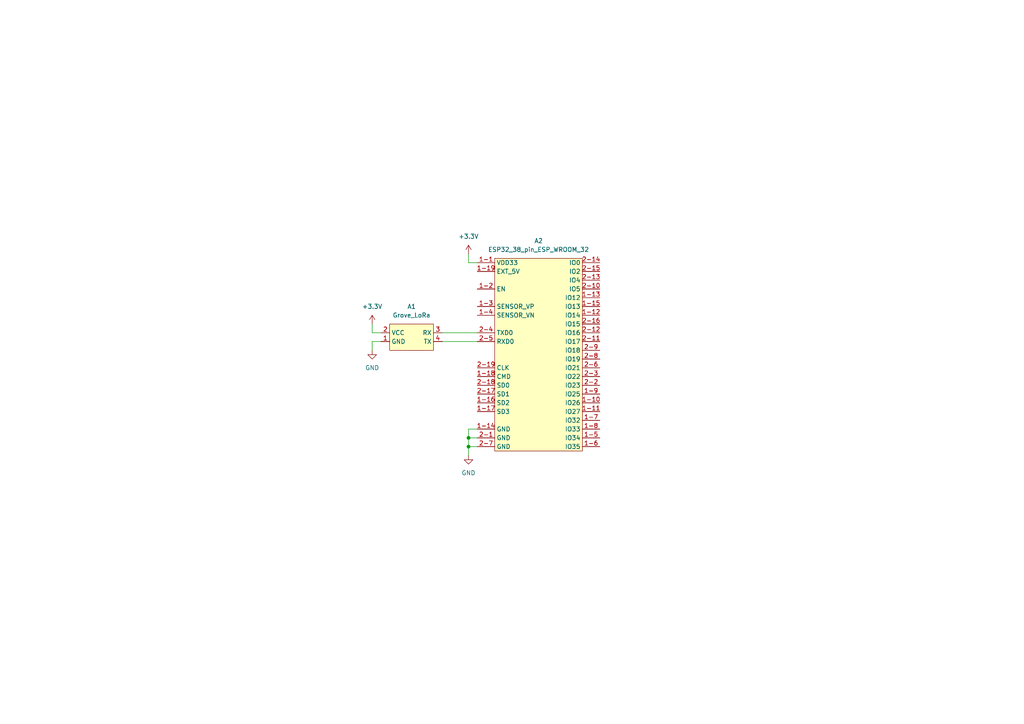
<source format=kicad_sch>
(kicad_sch (version 20211123) (generator eeschema)

  (uuid 6595fc57-f8bb-4d84-975d-6d4eafdc2b21)

  (paper "A4")

  (lib_symbols
    (symbol "power:+3.3V" (power) (pin_names (offset 0)) (in_bom yes) (on_board yes)
      (property "Reference" "#PWR" (id 0) (at 0 -3.81 0)
        (effects (font (size 1.27 1.27)) hide)
      )
      (property "Value" "+3.3V" (id 1) (at 0 3.556 0)
        (effects (font (size 1.27 1.27)))
      )
      (property "Footprint" "" (id 2) (at 0 0 0)
        (effects (font (size 1.27 1.27)) hide)
      )
      (property "Datasheet" "" (id 3) (at 0 0 0)
        (effects (font (size 1.27 1.27)) hide)
      )
      (property "ki_keywords" "power-flag" (id 4) (at 0 0 0)
        (effects (font (size 1.27 1.27)) hide)
      )
      (property "ki_description" "Power symbol creates a global label with name \"+3.3V\"" (id 5) (at 0 0 0)
        (effects (font (size 1.27 1.27)) hide)
      )
      (symbol "+3.3V_0_1"
        (polyline
          (pts
            (xy -0.762 1.27)
            (xy 0 2.54)
          )
          (stroke (width 0) (type default) (color 0 0 0 0))
          (fill (type none))
        )
        (polyline
          (pts
            (xy 0 0)
            (xy 0 2.54)
          )
          (stroke (width 0) (type default) (color 0 0 0 0))
          (fill (type none))
        )
        (polyline
          (pts
            (xy 0 2.54)
            (xy 0.762 1.27)
          )
          (stroke (width 0) (type default) (color 0 0 0 0))
          (fill (type none))
        )
      )
      (symbol "+3.3V_1_1"
        (pin power_in line (at 0 0 90) (length 0) hide
          (name "+3.3V" (effects (font (size 1.27 1.27))))
          (number "1" (effects (font (size 1.27 1.27))))
        )
      )
    )
    (symbol "power:GND" (power) (pin_names (offset 0)) (in_bom yes) (on_board yes)
      (property "Reference" "#PWR" (id 0) (at 0 -6.35 0)
        (effects (font (size 1.27 1.27)) hide)
      )
      (property "Value" "GND" (id 1) (at 0 -3.81 0)
        (effects (font (size 1.27 1.27)))
      )
      (property "Footprint" "" (id 2) (at 0 0 0)
        (effects (font (size 1.27 1.27)) hide)
      )
      (property "Datasheet" "" (id 3) (at 0 0 0)
        (effects (font (size 1.27 1.27)) hide)
      )
      (property "ki_keywords" "power-flag" (id 4) (at 0 0 0)
        (effects (font (size 1.27 1.27)) hide)
      )
      (property "ki_description" "Power symbol creates a global label with name \"GND\" , ground" (id 5) (at 0 0 0)
        (effects (font (size 1.27 1.27)) hide)
      )
      (symbol "GND_0_1"
        (polyline
          (pts
            (xy 0 0)
            (xy 0 -1.27)
            (xy 1.27 -1.27)
            (xy 0 -2.54)
            (xy -1.27 -1.27)
            (xy 0 -1.27)
          )
          (stroke (width 0) (type default) (color 0 0 0 0))
          (fill (type none))
        )
      )
      (symbol "GND_1_1"
        (pin power_in line (at 0 0 270) (length 0) hide
          (name "GND" (effects (font (size 1.27 1.27))))
          (number "1" (effects (font (size 1.27 1.27))))
        )
      )
    )
    (symbol "water_temp_sensor:ESP32_38_pin_ESP_WROOM_32" (in_bom yes) (on_board yes)
      (property "Reference" "A" (id 0) (at -11.43 -29.21 0)
        (effects (font (size 1.27 1.27)))
      )
      (property "Value" "ESP32_38_pin_ESP_WROOM_32" (id 1) (at 2.54 29.21 0)
        (effects (font (size 1.27 1.27)))
      )
      (property "Footprint" "" (id 2) (at 0 20.32 0)
        (effects (font (size 1.27 1.27)) hide)
      )
      (property "Datasheet" "" (id 3) (at 0 20.32 0)
        (effects (font (size 1.27 1.27)) hide)
      )
      (symbol "ESP32_38_pin_ESP_WROOM_32_0_1"
        (rectangle (start -12.7 27.94) (end 12.7 -27.94)
          (stroke (width 0) (type default) (color 0 0 0 0))
          (fill (type background))
        )
      )
      (symbol "ESP32_38_pin_ESP_WROOM_32_1_1"
        (pin power_in line (at -17.78 26.67 0) (length 5.08)
          (name "VDD33" (effects (font (size 1.27 1.27))))
          (number "1-1" (effects (font (size 1.27 1.27))))
        )
        (pin bidirectional line (at 17.78 -13.97 180) (length 5.08)
          (name "IO26" (effects (font (size 1.27 1.27))))
          (number "1-10" (effects (font (size 1.27 1.27))))
        )
        (pin bidirectional line (at 17.78 -16.51 180) (length 5.08)
          (name "IO27" (effects (font (size 1.27 1.27))))
          (number "1-11" (effects (font (size 1.27 1.27))))
        )
        (pin bidirectional line (at 17.78 11.43 180) (length 5.08)
          (name "IO14" (effects (font (size 1.27 1.27))))
          (number "1-12" (effects (font (size 1.27 1.27))))
        )
        (pin bidirectional line (at 17.78 16.51 180) (length 5.08)
          (name "IO12" (effects (font (size 1.27 1.27))))
          (number "1-13" (effects (font (size 1.27 1.27))))
        )
        (pin power_in line (at -17.78 -21.59 0) (length 5.08)
          (name "GND" (effects (font (size 1.27 1.27))))
          (number "1-14" (effects (font (size 1.27 1.27))))
        )
        (pin bidirectional line (at 17.78 13.97 180) (length 5.08)
          (name "IO13" (effects (font (size 1.27 1.27))))
          (number "1-15" (effects (font (size 1.27 1.27))))
        )
        (pin bidirectional line (at -17.78 -13.97 0) (length 5.08)
          (name "SD2" (effects (font (size 1.27 1.27))))
          (number "1-16" (effects (font (size 1.27 1.27))))
        )
        (pin bidirectional line (at -17.78 -16.51 0) (length 5.08)
          (name "SD3" (effects (font (size 1.27 1.27))))
          (number "1-17" (effects (font (size 1.27 1.27))))
        )
        (pin bidirectional line (at -17.78 -6.35 0) (length 5.08)
          (name "CMD" (effects (font (size 1.27 1.27))))
          (number "1-18" (effects (font (size 1.27 1.27))))
        )
        (pin power_in line (at -17.78 24.13 0) (length 5.08)
          (name "EXT_5V" (effects (font (size 1.27 1.27))))
          (number "1-19" (effects (font (size 1.27 1.27))))
        )
        (pin bidirectional line (at -17.78 19.05 0) (length 5.08)
          (name "EN" (effects (font (size 1.27 1.27))))
          (number "1-2" (effects (font (size 1.27 1.27))))
        )
        (pin bidirectional line (at -17.78 13.97 0) (length 5.08)
          (name "SENSOR_VP" (effects (font (size 1.27 1.27))))
          (number "1-3" (effects (font (size 1.27 1.27))))
        )
        (pin bidirectional line (at -17.78 11.43 0) (length 5.08)
          (name "SENSOR_VN" (effects (font (size 1.27 1.27))))
          (number "1-4" (effects (font (size 1.27 1.27))))
        )
        (pin bidirectional line (at 17.78 -24.13 180) (length 5.08)
          (name "IO34" (effects (font (size 1.27 1.27))))
          (number "1-5" (effects (font (size 1.27 1.27))))
        )
        (pin bidirectional line (at 17.78 -26.67 180) (length 5.08)
          (name "IO35" (effects (font (size 1.27 1.27))))
          (number "1-6" (effects (font (size 1.27 1.27))))
        )
        (pin bidirectional line (at 17.78 -19.05 180) (length 5.08)
          (name "IO32" (effects (font (size 1.27 1.27))))
          (number "1-7" (effects (font (size 1.27 1.27))))
        )
        (pin bidirectional line (at 17.78 -21.59 180) (length 5.08)
          (name "IO33" (effects (font (size 1.27 1.27))))
          (number "1-8" (effects (font (size 1.27 1.27))))
        )
        (pin bidirectional line (at 17.78 -11.43 180) (length 5.08)
          (name "IO25" (effects (font (size 1.27 1.27))))
          (number "1-9" (effects (font (size 1.27 1.27))))
        )
        (pin power_in line (at -17.78 -24.13 0) (length 5.08)
          (name "GND" (effects (font (size 1.27 1.27))))
          (number "2-1" (effects (font (size 1.27 1.27))))
        )
        (pin bidirectional line (at 17.78 19.05 180) (length 5.08)
          (name "IO5" (effects (font (size 1.27 1.27))))
          (number "2-10" (effects (font (size 1.27 1.27))))
        )
        (pin bidirectional line (at 17.78 3.81 180) (length 5.08)
          (name "IO17" (effects (font (size 1.27 1.27))))
          (number "2-11" (effects (font (size 1.27 1.27))))
        )
        (pin bidirectional line (at 17.78 6.35 180) (length 5.08)
          (name "IO16" (effects (font (size 1.27 1.27))))
          (number "2-12" (effects (font (size 1.27 1.27))))
        )
        (pin bidirectional line (at 17.78 21.59 180) (length 5.08)
          (name "IO4" (effects (font (size 1.27 1.27))))
          (number "2-13" (effects (font (size 1.27 1.27))))
        )
        (pin bidirectional line (at 17.78 26.67 180) (length 5.08)
          (name "IO0" (effects (font (size 1.27 1.27))))
          (number "2-14" (effects (font (size 1.27 1.27))))
        )
        (pin bidirectional line (at 17.78 24.13 180) (length 5.08)
          (name "IO2" (effects (font (size 1.27 1.27))))
          (number "2-15" (effects (font (size 1.27 1.27))))
        )
        (pin bidirectional line (at 17.78 8.89 180) (length 5.08)
          (name "IO15" (effects (font (size 1.27 1.27))))
          (number "2-16" (effects (font (size 1.27 1.27))))
        )
        (pin bidirectional line (at -17.78 -11.43 0) (length 5.08)
          (name "SD1" (effects (font (size 1.27 1.27))))
          (number "2-17" (effects (font (size 1.27 1.27))))
        )
        (pin bidirectional line (at -17.78 -8.89 0) (length 5.08)
          (name "SD0" (effects (font (size 1.27 1.27))))
          (number "2-18" (effects (font (size 1.27 1.27))))
        )
        (pin bidirectional line (at -17.78 -3.81 0) (length 5.08)
          (name "CLK" (effects (font (size 1.27 1.27))))
          (number "2-19" (effects (font (size 1.27 1.27))))
        )
        (pin bidirectional line (at 17.78 -8.89 180) (length 5.08)
          (name "IO23" (effects (font (size 1.27 1.27))))
          (number "2-2" (effects (font (size 1.27 1.27))))
        )
        (pin bidirectional line (at 17.78 -6.35 180) (length 5.08)
          (name "IO22" (effects (font (size 1.27 1.27))))
          (number "2-3" (effects (font (size 1.27 1.27))))
        )
        (pin bidirectional line (at -17.78 6.35 0) (length 5.08)
          (name "TXD0" (effects (font (size 1.27 1.27))))
          (number "2-4" (effects (font (size 1.27 1.27))))
        )
        (pin bidirectional line (at -17.78 3.81 0) (length 5.08)
          (name "RXD0" (effects (font (size 1.27 1.27))))
          (number "2-5" (effects (font (size 1.27 1.27))))
        )
        (pin bidirectional line (at 17.78 -3.81 180) (length 5.08)
          (name "IO21" (effects (font (size 1.27 1.27))))
          (number "2-6" (effects (font (size 1.27 1.27))))
        )
        (pin power_in line (at -17.78 -26.67 0) (length 5.08)
          (name "GND" (effects (font (size 1.27 1.27))))
          (number "2-7" (effects (font (size 1.27 1.27))))
        )
        (pin bidirectional line (at 17.78 -1.27 180) (length 5.08)
          (name "IO19" (effects (font (size 1.27 1.27))))
          (number "2-8" (effects (font (size 1.27 1.27))))
        )
        (pin bidirectional line (at 17.78 1.27 180) (length 5.08)
          (name "IO18" (effects (font (size 1.27 1.27))))
          (number "2-9" (effects (font (size 1.27 1.27))))
        )
      )
    )
    (symbol "water_temp_sensor:Grove_LoRa" (in_bom yes) (on_board yes)
      (property "Reference" "A" (id 0) (at -5.08 -5.08 0)
        (effects (font (size 1.27 1.27)))
      )
      (property "Value" "Grove_LoRa" (id 1) (at -1.27 5.08 0)
        (effects (font (size 1.27 1.27)))
      )
      (property "Footprint" "" (id 2) (at 1.27 0 0)
        (effects (font (size 1.27 1.27)) hide)
      )
      (property "Datasheet" "" (id 3) (at 1.27 0 0)
        (effects (font (size 1.27 1.27)) hide)
      )
      (symbol "Grove_LoRa_0_1"
        (rectangle (start -6.35 3.81) (end 6.35 -3.81)
          (stroke (width 0) (type default) (color 0 0 0 0))
          (fill (type background))
        )
      )
      (symbol "Grove_LoRa_1_1"
        (pin power_in line (at -8.89 -1.27 0) (length 2.54)
          (name "GND" (effects (font (size 1.27 1.27))))
          (number "1" (effects (font (size 1.27 1.27))))
        )
        (pin power_in line (at -8.89 1.27 0) (length 2.54)
          (name "VCC" (effects (font (size 1.27 1.27))))
          (number "2" (effects (font (size 1.27 1.27))))
        )
        (pin bidirectional line (at 8.89 1.27 180) (length 2.54)
          (name "RX" (effects (font (size 1.27 1.27))))
          (number "3" (effects (font (size 1.27 1.27))))
        )
        (pin bidirectional line (at 8.89 -1.27 180) (length 2.54)
          (name "TX" (effects (font (size 1.27 1.27))))
          (number "4" (effects (font (size 1.27 1.27))))
        )
      )
    )
  )

  (junction (at 135.89 127) (diameter 0) (color 0 0 0 0)
    (uuid b25cac0b-5179-44bd-8a6d-dc846a198bca)
  )
  (junction (at 135.89 129.54) (diameter 0) (color 0 0 0 0)
    (uuid fee8589e-37b7-4d79-b3c2-99288b95b241)
  )

  (wire (pts (xy 107.95 101.6) (xy 107.95 99.06))
    (stroke (width 0) (type default) (color 0 0 0 0))
    (uuid 130616d0-a884-4963-b575-6ee4bf509022)
  )
  (wire (pts (xy 135.89 129.54) (xy 138.43 129.54))
    (stroke (width 0) (type default) (color 0 0 0 0))
    (uuid 14b61e09-c42c-4eb8-8ca2-624b7acaae2d)
  )
  (wire (pts (xy 128.27 99.06) (xy 138.43 99.06))
    (stroke (width 0) (type default) (color 0 0 0 0))
    (uuid 20551d14-79c4-45ef-84ad-7959d9642c78)
  )
  (wire (pts (xy 107.95 96.52) (xy 110.49 96.52))
    (stroke (width 0) (type default) (color 0 0 0 0))
    (uuid 382f40fb-da52-4736-9571-451ba652f67f)
  )
  (wire (pts (xy 135.89 73.66) (xy 135.89 76.2))
    (stroke (width 0) (type default) (color 0 0 0 0))
    (uuid 3bd648e4-6c30-47b3-b4da-bae0218627a4)
  )
  (wire (pts (xy 107.95 93.98) (xy 107.95 96.52))
    (stroke (width 0) (type default) (color 0 0 0 0))
    (uuid 44f3dbe0-e20b-49dd-95a9-5382e05f4c70)
  )
  (wire (pts (xy 135.89 124.46) (xy 138.43 124.46))
    (stroke (width 0) (type default) (color 0 0 0 0))
    (uuid 5b5e82ba-1483-46b6-be68-5dfbcb880d68)
  )
  (wire (pts (xy 128.27 96.52) (xy 138.43 96.52))
    (stroke (width 0) (type default) (color 0 0 0 0))
    (uuid 67f74eac-0b9d-44f4-9711-835150a6256d)
  )
  (wire (pts (xy 135.89 76.2) (xy 138.43 76.2))
    (stroke (width 0) (type default) (color 0 0 0 0))
    (uuid 819be748-153b-48d0-932c-50ee77e9c4e6)
  )
  (wire (pts (xy 135.89 129.54) (xy 135.89 127))
    (stroke (width 0) (type default) (color 0 0 0 0))
    (uuid 8d1abafd-720a-4f76-8a52-55c299e9508e)
  )
  (wire (pts (xy 135.89 132.08) (xy 135.89 129.54))
    (stroke (width 0) (type default) (color 0 0 0 0))
    (uuid 9e6d87ea-59b2-4016-88a4-e03e95022d2b)
  )
  (wire (pts (xy 107.95 99.06) (xy 110.49 99.06))
    (stroke (width 0) (type default) (color 0 0 0 0))
    (uuid aa0cd942-06ec-4134-a02b-02b2afb4db67)
  )
  (wire (pts (xy 135.89 127) (xy 135.89 124.46))
    (stroke (width 0) (type default) (color 0 0 0 0))
    (uuid d01ed804-e317-481c-b7b1-7fc74f2eaf21)
  )
  (wire (pts (xy 135.89 127) (xy 138.43 127))
    (stroke (width 0) (type default) (color 0 0 0 0))
    (uuid d23bd37c-cd9f-4347-93c2-a2fa2e75ab87)
  )

  (symbol (lib_id "power:+3.3V") (at 135.89 73.66 0) (unit 1)
    (in_bom yes) (on_board yes) (fields_autoplaced)
    (uuid 05ffd2bd-38d9-4ee4-b910-6face39904a1)
    (property "Reference" "#PWR03" (id 0) (at 135.89 77.47 0)
      (effects (font (size 1.27 1.27)) hide)
    )
    (property "Value" "+3.3V" (id 1) (at 135.89 68.58 0))
    (property "Footprint" "" (id 2) (at 135.89 73.66 0)
      (effects (font (size 1.27 1.27)) hide)
    )
    (property "Datasheet" "" (id 3) (at 135.89 73.66 0)
      (effects (font (size 1.27 1.27)) hide)
    )
    (pin "1" (uuid 46e83dbf-a17d-4f6f-864d-bd3d3ac159a8))
  )

  (symbol (lib_id "water_temp_sensor:ESP32_38_pin_ESP_WROOM_32") (at 156.21 102.87 0) (unit 1)
    (in_bom yes) (on_board yes) (fields_autoplaced)
    (uuid 1d3c60b9-7897-454e-8bfe-ad980ce323fc)
    (property "Reference" "A2" (id 0) (at 156.21 69.85 0))
    (property "Value" "ESP32_38_pin_ESP_WROOM_32" (id 1) (at 156.21 72.39 0))
    (property "Footprint" "" (id 2) (at 156.21 82.55 0)
      (effects (font (size 1.27 1.27)) hide)
    )
    (property "Datasheet" "" (id 3) (at 156.21 82.55 0)
      (effects (font (size 1.27 1.27)) hide)
    )
    (pin "1-1" (uuid 25e368c1-1cba-4bb1-a175-7b0e4d107f7b))
    (pin "1-10" (uuid ddcb1077-bd90-4d1f-8668-dbfab9932cfb))
    (pin "1-11" (uuid c0b2c254-3bbe-4cab-b8fc-ae3124bddcb5))
    (pin "1-12" (uuid 6413da12-2e85-4c9a-a7cc-456250ddefe1))
    (pin "1-13" (uuid f4e6d158-0b03-4d62-9bd5-4823b37bec36))
    (pin "1-14" (uuid c027731a-01a7-49d8-b27e-145373f8d482))
    (pin "1-15" (uuid 2bc3810e-c735-4d88-b092-a610dfad7b45))
    (pin "1-16" (uuid ab17b105-b802-4d28-8de2-6f5511f95a82))
    (pin "1-17" (uuid d16f8eb5-c6d5-4347-8211-7b759f430073))
    (pin "1-18" (uuid e92a9c15-413d-468b-901c-40945eccde89))
    (pin "1-19" (uuid 8fbcded8-b704-4fbf-b597-9377e374f955))
    (pin "1-2" (uuid 05419dee-614f-49e3-b350-9abdc14fabd0))
    (pin "1-3" (uuid 269220a8-34cd-4446-8892-9632201fc406))
    (pin "1-4" (uuid 38200a01-24a0-4c72-aa68-cfb6bcfc7e20))
    (pin "1-5" (uuid 533e4240-11d3-4c20-8097-cdb45a3ab5d6))
    (pin "1-6" (uuid 28a44377-76dd-4d05-8c37-4eb666fd9442))
    (pin "1-7" (uuid b0b1bd33-b348-4e0c-912e-3cf54ace09b5))
    (pin "1-8" (uuid dfd7b195-946e-4025-9db4-3b0435d4d62e))
    (pin "1-9" (uuid 55039594-e69e-4430-9897-acad04c6498c))
    (pin "2-1" (uuid 36e25055-fbd0-4460-9232-41f1831e08e1))
    (pin "2-10" (uuid 4f95f99a-d6f3-434e-b8c7-527c75ef0e8c))
    (pin "2-11" (uuid 8b3394c5-761a-4331-9f36-ab1dd09a40a3))
    (pin "2-12" (uuid 87877bbe-b79e-491b-966e-4f20424d7ccc))
    (pin "2-13" (uuid 5e4825b2-05e0-4b85-9fb5-42fc03fd847e))
    (pin "2-14" (uuid fb0007a4-1ca7-44db-8b5b-2a3b7f15929b))
    (pin "2-15" (uuid 6e353271-d064-4a19-8a0d-e5c609513000))
    (pin "2-16" (uuid f8e17ec2-e918-4de1-851c-cdef7d3b6550))
    (pin "2-17" (uuid 91dd9e7c-5d9d-4cc1-ac2a-077f0419a28a))
    (pin "2-18" (uuid 39045171-e277-47bc-b531-d7a9f0cfbe06))
    (pin "2-19" (uuid ebc0a965-1193-4ed0-b41e-a116de8380bd))
    (pin "2-2" (uuid e2ecb438-d5c1-47c6-99bd-9546c830d5cf))
    (pin "2-3" (uuid d4fcfb3c-572c-4b3b-a10b-d9fe796e544c))
    (pin "2-4" (uuid dfcf36d8-37d8-49ea-af78-7be1b0277637))
    (pin "2-5" (uuid 03abe68f-5f50-4b56-8265-d4c31918ba2f))
    (pin "2-6" (uuid 57db8428-3b4b-4b18-8f2a-6ff4d3ceebd8))
    (pin "2-7" (uuid cf563e73-eef5-42db-be96-03334b407421))
    (pin "2-8" (uuid 085a7f7b-62cb-415a-8dd0-bb3bfcc67207))
    (pin "2-9" (uuid 2ab97377-e91e-44c1-91e2-1d751052069c))
  )

  (symbol (lib_id "power:GND") (at 107.95 101.6 0) (unit 1)
    (in_bom yes) (on_board yes) (fields_autoplaced)
    (uuid 672fe6f0-34ae-4f08-9372-5f18bb557601)
    (property "Reference" "#PWR02" (id 0) (at 107.95 107.95 0)
      (effects (font (size 1.27 1.27)) hide)
    )
    (property "Value" "GND" (id 1) (at 107.95 106.68 0))
    (property "Footprint" "" (id 2) (at 107.95 101.6 0)
      (effects (font (size 1.27 1.27)) hide)
    )
    (property "Datasheet" "" (id 3) (at 107.95 101.6 0)
      (effects (font (size 1.27 1.27)) hide)
    )
    (pin "1" (uuid f4444162-9887-4f79-adcf-4ee6cc426930))
  )

  (symbol (lib_id "water_temp_sensor:Grove_LoRa") (at 119.38 97.79 0) (unit 1)
    (in_bom yes) (on_board yes) (fields_autoplaced)
    (uuid 9d5902d4-d9e4-4d8c-b5d4-8872111f0a5a)
    (property "Reference" "A1" (id 0) (at 119.38 88.9 0))
    (property "Value" "Grove_LoRa" (id 1) (at 119.38 91.44 0))
    (property "Footprint" "" (id 2) (at 120.65 97.79 0)
      (effects (font (size 1.27 1.27)) hide)
    )
    (property "Datasheet" "" (id 3) (at 120.65 97.79 0)
      (effects (font (size 1.27 1.27)) hide)
    )
    (pin "1" (uuid 9e5e5116-9f12-4fe5-8215-ec924223f484))
    (pin "2" (uuid d8a22602-0e60-4830-a2a6-01454a63b5c9))
    (pin "3" (uuid 887f83d0-30b7-46b5-b426-66d5dc7428a0))
    (pin "4" (uuid 37d777af-bce4-4648-8ecd-1f117dd1c0dd))
  )

  (symbol (lib_id "power:+3.3V") (at 107.95 93.98 0) (unit 1)
    (in_bom yes) (on_board yes) (fields_autoplaced)
    (uuid a43f69d8-3a3f-42ce-a131-9309d73bb159)
    (property "Reference" "#PWR01" (id 0) (at 107.95 97.79 0)
      (effects (font (size 1.27 1.27)) hide)
    )
    (property "Value" "+3.3V" (id 1) (at 107.95 88.9 0))
    (property "Footprint" "" (id 2) (at 107.95 93.98 0)
      (effects (font (size 1.27 1.27)) hide)
    )
    (property "Datasheet" "" (id 3) (at 107.95 93.98 0)
      (effects (font (size 1.27 1.27)) hide)
    )
    (pin "1" (uuid 5e6ba8e7-3504-4455-a862-58f4b4870dca))
  )

  (symbol (lib_id "power:GND") (at 135.89 132.08 0) (unit 1)
    (in_bom yes) (on_board yes) (fields_autoplaced)
    (uuid ca1d3b04-22bd-4ceb-8a89-7fb1c1ab5ff6)
    (property "Reference" "#PWR04" (id 0) (at 135.89 138.43 0)
      (effects (font (size 1.27 1.27)) hide)
    )
    (property "Value" "GND" (id 1) (at 135.89 137.16 0))
    (property "Footprint" "" (id 2) (at 135.89 132.08 0)
      (effects (font (size 1.27 1.27)) hide)
    )
    (property "Datasheet" "" (id 3) (at 135.89 132.08 0)
      (effects (font (size 1.27 1.27)) hide)
    )
    (pin "1" (uuid 27d17770-a02b-4f4a-b967-623f2aba416a))
  )
)

</source>
